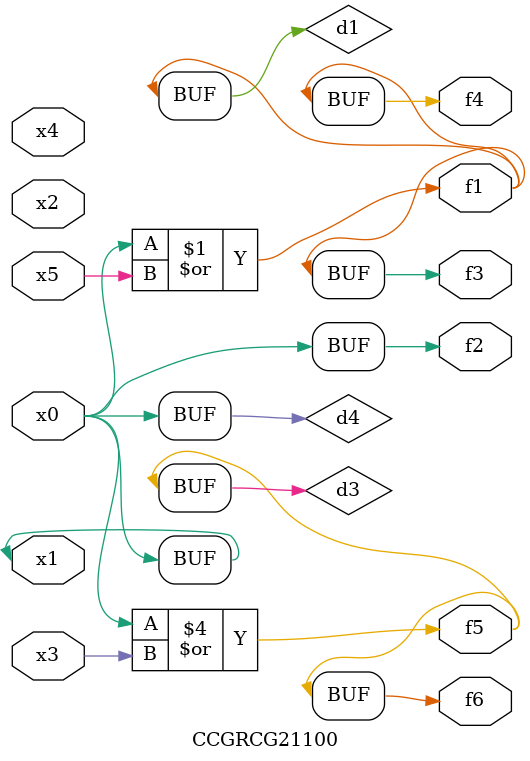
<source format=v>
module CCGRCG21100(
	input x0, x1, x2, x3, x4, x5,
	output f1, f2, f3, f4, f5, f6
);

	wire d1, d2, d3, d4;

	or (d1, x0, x5);
	xnor (d2, x1, x4);
	or (d3, x0, x3);
	buf (d4, x0, x1);
	assign f1 = d1;
	assign f2 = d4;
	assign f3 = d1;
	assign f4 = d1;
	assign f5 = d3;
	assign f6 = d3;
endmodule

</source>
